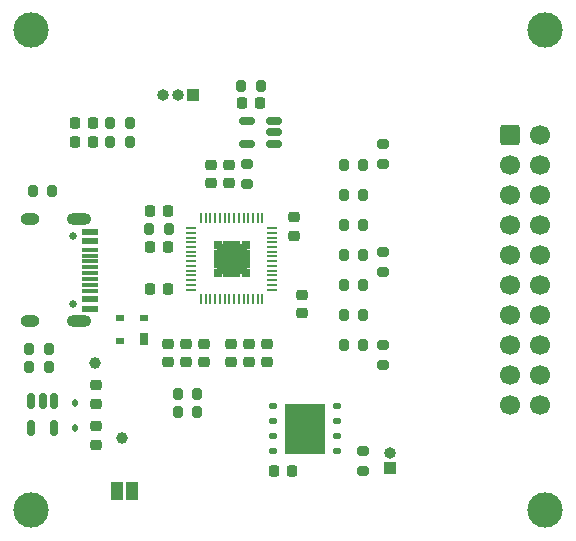
<source format=gts>
G04 #@! TF.GenerationSoftware,KiCad,Pcbnew,7.0.1-0*
G04 #@! TF.CreationDate,2023-05-08T01:12:17+09:00*
G04 #@! TF.ProjectId,rp2040_jtag_debugger,72703230-3430-45f6-9a74-61675f646562,rev?*
G04 #@! TF.SameCoordinates,Original*
G04 #@! TF.FileFunction,Soldermask,Top*
G04 #@! TF.FilePolarity,Negative*
%FSLAX46Y46*%
G04 Gerber Fmt 4.6, Leading zero omitted, Abs format (unit mm)*
G04 Created by KiCad (PCBNEW 7.0.1-0) date 2023-05-08 01:12:17*
%MOMM*%
%LPD*%
G01*
G04 APERTURE LIST*
G04 Aperture macros list*
%AMRoundRect*
0 Rectangle with rounded corners*
0 $1 Rounding radius*
0 $2 $3 $4 $5 $6 $7 $8 $9 X,Y pos of 4 corners*
0 Add a 4 corners polygon primitive as box body*
4,1,4,$2,$3,$4,$5,$6,$7,$8,$9,$2,$3,0*
0 Add four circle primitives for the rounded corners*
1,1,$1+$1,$2,$3*
1,1,$1+$1,$4,$5*
1,1,$1+$1,$6,$7*
1,1,$1+$1,$8,$9*
0 Add four rect primitives between the rounded corners*
20,1,$1+$1,$2,$3,$4,$5,0*
20,1,$1+$1,$4,$5,$6,$7,0*
20,1,$1+$1,$6,$7,$8,$9,0*
20,1,$1+$1,$8,$9,$2,$3,0*%
G04 Aperture macros list end*
%ADD10C,3.000000*%
%ADD11RoundRect,0.250000X-0.600000X-0.600000X0.600000X-0.600000X0.600000X0.600000X-0.600000X0.600000X0*%
%ADD12C,1.700000*%
%ADD13RoundRect,0.200000X-0.200000X-0.275000X0.200000X-0.275000X0.200000X0.275000X-0.200000X0.275000X0*%
%ADD14RoundRect,0.225000X0.250000X-0.225000X0.250000X0.225000X-0.250000X0.225000X-0.250000X-0.225000X0*%
%ADD15R,1.000000X1.000000*%
%ADD16O,1.000000X1.000000*%
%ADD17RoundRect,0.225000X-0.250000X0.225000X-0.250000X-0.225000X0.250000X-0.225000X0.250000X0.225000X0*%
%ADD18RoundRect,0.200000X0.200000X0.275000X-0.200000X0.275000X-0.200000X-0.275000X0.200000X-0.275000X0*%
%ADD19R,0.700000X1.000000*%
%ADD20R,0.700000X0.600000*%
%ADD21RoundRect,0.218750X-0.218750X-0.256250X0.218750X-0.256250X0.218750X0.256250X-0.218750X0.256250X0*%
%ADD22C,0.650000*%
%ADD23R,1.450000X0.600000*%
%ADD24R,1.450000X0.300000*%
%ADD25O,2.100000X1.000000*%
%ADD26O,1.600000X1.000000*%
%ADD27RoundRect,0.125000X0.250000X0.125000X-0.250000X0.125000X-0.250000X-0.125000X0.250000X-0.125000X0*%
%ADD28R,3.400000X4.300000*%
%ADD29RoundRect,0.225000X0.225000X0.250000X-0.225000X0.250000X-0.225000X-0.250000X0.225000X-0.250000X0*%
%ADD30RoundRect,0.150000X-0.150000X0.512500X-0.150000X-0.512500X0.150000X-0.512500X0.150000X0.512500X0*%
%ADD31RoundRect,0.200000X-0.275000X0.200000X-0.275000X-0.200000X0.275000X-0.200000X0.275000X0.200000X0*%
%ADD32O,0.875000X0.200000*%
%ADD33O,0.200000X0.875000*%
%ADD34R,0.800000X0.800000*%
%ADD35RoundRect,0.225000X-0.225000X-0.250000X0.225000X-0.250000X0.225000X0.250000X-0.225000X0.250000X0*%
%ADD36RoundRect,0.200000X0.275000X-0.200000X0.275000X0.200000X-0.275000X0.200000X-0.275000X-0.200000X0*%
%ADD37R,1.000000X1.500000*%
%ADD38C,1.000000*%
%ADD39RoundRect,0.112500X-0.112500X0.187500X-0.112500X-0.187500X0.112500X-0.187500X0.112500X0.187500X0*%
%ADD40RoundRect,0.150000X0.512500X0.150000X-0.512500X0.150000X-0.512500X-0.150000X0.512500X-0.150000X0*%
G04 APERTURE END LIST*
D10*
X103250000Y-53250000D03*
X146750000Y-93900000D03*
X103250000Y-93900000D03*
X146750000Y-53250000D03*
D11*
X143750000Y-62150000D03*
D12*
X146290000Y-62150000D03*
X143750000Y-64690000D03*
X146290000Y-64690000D03*
X143750000Y-67230000D03*
X146290000Y-67230000D03*
X143750000Y-69770000D03*
X146290000Y-69770000D03*
X143750000Y-72310000D03*
X146290000Y-72310000D03*
X143750000Y-74850000D03*
X146290000Y-74850000D03*
X143750000Y-77390000D03*
X146290000Y-77390000D03*
X143750000Y-79930000D03*
X146290000Y-79930000D03*
X143750000Y-82470000D03*
X146290000Y-82470000D03*
X143750000Y-85010000D03*
X146290000Y-85010000D03*
D13*
X103050000Y-80200000D03*
X104700000Y-80200000D03*
D14*
X108680000Y-88337500D03*
X108680000Y-86787500D03*
D15*
X116951000Y-58760000D03*
D16*
X115681000Y-58760000D03*
X114411000Y-58760000D03*
D17*
X117886487Y-79805000D03*
X117886487Y-81355000D03*
D18*
X117300000Y-84080000D03*
X115650000Y-84080000D03*
X122661000Y-57940000D03*
X121011000Y-57940000D03*
X117300000Y-85600000D03*
X115650000Y-85600000D03*
D19*
X112750000Y-79350000D03*
D20*
X112750000Y-77650000D03*
X110750000Y-77650000D03*
X110750000Y-79550000D03*
D18*
X111585000Y-62744000D03*
X109935000Y-62744000D03*
D21*
X106922500Y-62740000D03*
X108497500Y-62740000D03*
D15*
X133600000Y-90300000D03*
D16*
X133600000Y-89030000D03*
D17*
X123196000Y-79815000D03*
X123196000Y-81365000D03*
D21*
X106922500Y-61076000D03*
X108497500Y-61076000D03*
D17*
X114846000Y-79815000D03*
X114846000Y-81365000D03*
D22*
X106750000Y-70685000D03*
X106750000Y-76465000D03*
D23*
X108195000Y-70325000D03*
X108195000Y-71125000D03*
D24*
X108195000Y-72325000D03*
X108195000Y-73325000D03*
X108195000Y-73825000D03*
X108195000Y-74825000D03*
D23*
X108195000Y-76025000D03*
X108195000Y-76825000D03*
X108195000Y-76825000D03*
X108195000Y-76025000D03*
D24*
X108195000Y-75325000D03*
X108195000Y-74325000D03*
X108195000Y-72825000D03*
X108195000Y-71825000D03*
D23*
X108195000Y-71125000D03*
X108195000Y-70325000D03*
D25*
X107280000Y-69255000D03*
D26*
X103100000Y-69255000D03*
D25*
X107280000Y-77895000D03*
D26*
X103100000Y-77895000D03*
D18*
X104695000Y-81720000D03*
X103045000Y-81720000D03*
D13*
X113235000Y-70080000D03*
X114885000Y-70080000D03*
D27*
X129122500Y-88882500D03*
X129122500Y-87612500D03*
X129122500Y-86342500D03*
X129122500Y-85072500D03*
X123722500Y-85072500D03*
X123722500Y-86342500D03*
X123722500Y-87612500D03*
X123722500Y-88882500D03*
D28*
X126422500Y-86977500D03*
D29*
X114835000Y-71600000D03*
X113285000Y-71600000D03*
D30*
X105140000Y-84645000D03*
X104190000Y-84645000D03*
X103240000Y-84645000D03*
X103240000Y-86920000D03*
X105140000Y-86920000D03*
D13*
X129675000Y-74830000D03*
X131325000Y-74830000D03*
D31*
X121476000Y-64595000D03*
X121476000Y-66245000D03*
D17*
X116366487Y-79805000D03*
X116366487Y-81355000D03*
D13*
X129675000Y-79900000D03*
X131325000Y-79900000D03*
D17*
X121676000Y-79815000D03*
X121676000Y-81365000D03*
D13*
X129675000Y-67200000D03*
X131325000Y-67200000D03*
D32*
X123643500Y-75200000D03*
X123643500Y-74800000D03*
X123643500Y-74400000D03*
X123643500Y-74000000D03*
X123643500Y-73600000D03*
X123643500Y-73200000D03*
X123643500Y-72800000D03*
X123643500Y-72400000D03*
X123643500Y-72000000D03*
X123643500Y-71600000D03*
X123643500Y-71200000D03*
X123643500Y-70800000D03*
X123643500Y-70400000D03*
X123643500Y-70000000D03*
D33*
X122806000Y-69162500D03*
X122406000Y-69162500D03*
X122006000Y-69162500D03*
X121606000Y-69162500D03*
X121206000Y-69162500D03*
X120806000Y-69162500D03*
X120406000Y-69162500D03*
X120006000Y-69162500D03*
X119606000Y-69162500D03*
X119206000Y-69162500D03*
X118806000Y-69162500D03*
X118406000Y-69162500D03*
X118006000Y-69162500D03*
X117606000Y-69162500D03*
D32*
X116768500Y-70000000D03*
X116768500Y-70400000D03*
X116768500Y-70800000D03*
X116768500Y-71200000D03*
X116768500Y-71600000D03*
X116768500Y-72000000D03*
X116768500Y-72400000D03*
X116768500Y-72800000D03*
X116768500Y-73200000D03*
X116768500Y-73600000D03*
X116768500Y-74000000D03*
X116768500Y-74400000D03*
X116768500Y-74800000D03*
X116768500Y-75200000D03*
D33*
X117606000Y-76037500D03*
X118006000Y-76037500D03*
X118406000Y-76037500D03*
X118806000Y-76037500D03*
X119206000Y-76037500D03*
X119606000Y-76037500D03*
X120006000Y-76037500D03*
X120406000Y-76037500D03*
X120806000Y-76037500D03*
X121206000Y-76037500D03*
X121606000Y-76037500D03*
X122006000Y-76037500D03*
X122406000Y-76037500D03*
X122806000Y-76037500D03*
D34*
X121406000Y-73800000D03*
X121406000Y-73000000D03*
X121406000Y-72200000D03*
X121406000Y-71400000D03*
X120606000Y-73800000D03*
X120606000Y-73000000D03*
X120606000Y-72200000D03*
X120606000Y-71400000D03*
D10*
X120206000Y-72600000D03*
D34*
X119806000Y-73800000D03*
X119806000Y-73000000D03*
X119806000Y-72200000D03*
X119806000Y-71400000D03*
X119006000Y-73800000D03*
X119006000Y-73000000D03*
X119006000Y-72200000D03*
X119006000Y-71400000D03*
D35*
X123797500Y-90527500D03*
X125347500Y-90527500D03*
D36*
X133000000Y-64550000D03*
X133000000Y-62900000D03*
X133000000Y-73700000D03*
X133000000Y-72050000D03*
D35*
X121061000Y-59440000D03*
X122611000Y-59440000D03*
D13*
X129675000Y-69740000D03*
X131325000Y-69740000D03*
D31*
X133000000Y-79900000D03*
X133000000Y-81550000D03*
D14*
X118436000Y-66195000D03*
X118436000Y-64645000D03*
D29*
X114835000Y-68550000D03*
X113285000Y-68550000D03*
D37*
X110460000Y-92220000D03*
X111760000Y-92220000D03*
D38*
X110900000Y-87775000D03*
D13*
X129675000Y-77370000D03*
X131325000Y-77370000D03*
D17*
X126160000Y-75625000D03*
X126160000Y-77175000D03*
D13*
X103375000Y-66830000D03*
X105025000Y-66830000D03*
X129675000Y-64660000D03*
X131325000Y-64660000D03*
D17*
X120156000Y-79815000D03*
X120156000Y-81365000D03*
D39*
X106910000Y-84802500D03*
X106910000Y-86902500D03*
D38*
X108670000Y-81410000D03*
D29*
X114835000Y-75190000D03*
X113285000Y-75190000D03*
D31*
X131300000Y-88875000D03*
X131300000Y-90525000D03*
D18*
X111585000Y-61070000D03*
X109935000Y-61070000D03*
D14*
X119956000Y-66195000D03*
X119956000Y-64645000D03*
D13*
X129675000Y-72290000D03*
X131325000Y-72290000D03*
D40*
X123753500Y-62840000D03*
X123753500Y-61890000D03*
X123753500Y-60940000D03*
X121478500Y-60940000D03*
X121478500Y-62840000D03*
D17*
X108680000Y-83317500D03*
X108680000Y-84867500D03*
D14*
X125460000Y-70635000D03*
X125460000Y-69085000D03*
M02*

</source>
